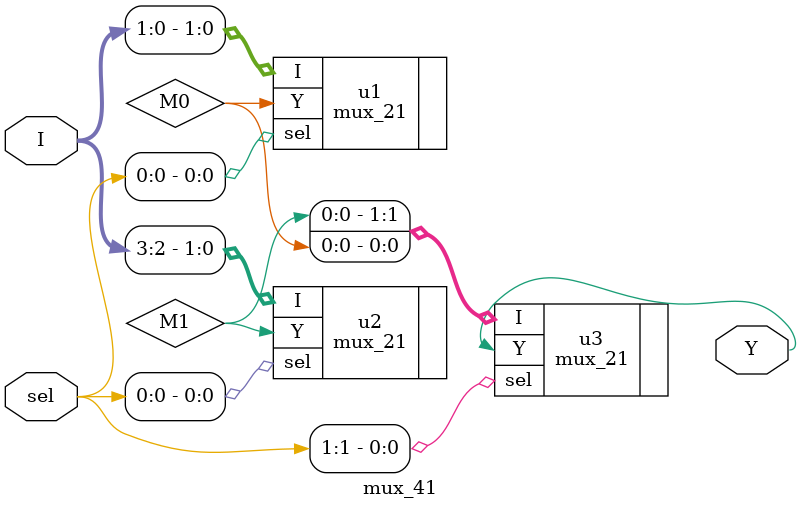
<source format=v>



module mux_41(Y,I,sel);

       output Y;
       input [1:0] sel;
       input [3:0] I;

       wire M0, M1;

       mux_21 u1(.Y(M0), .I(I[1:0]), .sel(sel[0]));
       mux_21 u2(.Y(M1), .I(I[3:2]), .sel(sel[0]));
       mux_21 u3(.Y(Y), .I({M1,M0}), .sel(sel[1]));

endmodule

</source>
